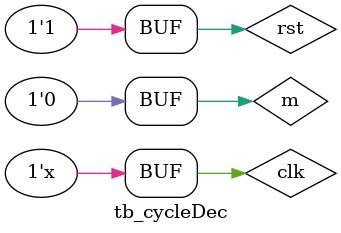
<source format=v>
module tb_cycleDec;
reg clk, rst, m;
wire [0:2] p;

    always #5 clk = ~clk;

    cycleDec cycleDecoder(.clk(clk), .nrst(rst), .m(m), .lfsr(p));

    initial begin
        clk <= 1;
        rst <= 0;
        m <= 0;
        #15 rst <= 1;
        m <= 1;
        #10 m <= 1;
        #10 m <= 0;
        #10 m <= 1;
        #10 m <= 0;
        #10 m <= 0;
        #10 m <= 0;
        #10 m <= 0;
    end
endmodule
</source>
